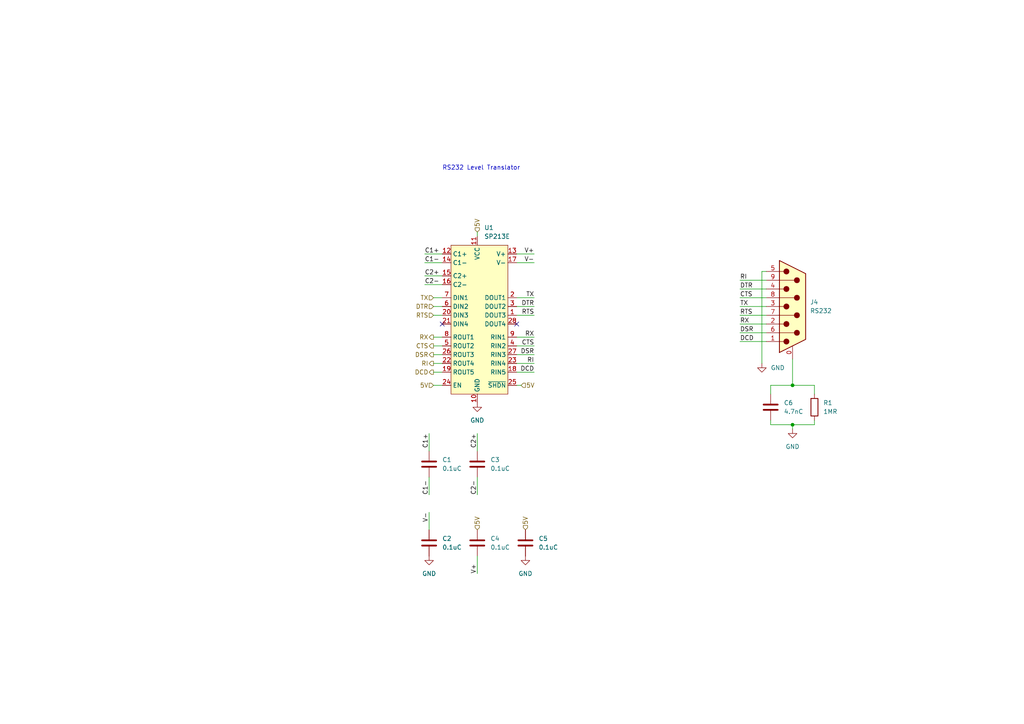
<source format=kicad_sch>
(kicad_sch (version 20211123) (generator eeschema)
  (paper "A4")
  (lib_symbols
    (symbol "Connector:DB9_Male_MountingHoles" (pin_names (offset 1.016) hide)
      (property "Reference" "J" (at 0 16.51 0))
      (property "Value" "DB9_Male_MountingHoles" (at 0 14.605 0))
      (symbol "DB9_Male_MountingHoles_0_1"
        (circle (center -1.778 -10.16) (radius 0.762) (fill (type outline)))
        (circle (center -1.778 -5.08) (radius 0.762) (fill (type outline)))
        (circle (center -1.778 0) (radius 0.762) (fill (type outline)))
        (circle (center -1.778 5.08) (radius 0.762) (fill (type outline)))
        (circle (center -1.778 10.16) (radius 0.762) (fill (type outline)))
        (polyline (pts (xy -3.81 -10.16) (xy -2.54 -10.16)))
        (polyline (pts (xy -3.81 -7.62) (xy 0.508 -7.62)))
        (polyline (pts (xy -3.81 -5.08) (xy -2.54 -5.08)))
        (polyline (pts (xy -3.81 -2.54) (xy 0.508 -2.54)))
        (polyline (pts (xy -3.81 0) (xy -2.54 0)))
        (polyline (pts (xy -3.81 2.54) (xy 0.508 2.54)))
        (polyline (pts (xy -3.81 5.08) (xy -2.54 5.08)))
        (polyline (pts (xy -3.81 7.62) (xy 0.508 7.62)))
        (polyline (pts (xy -3.81 10.16) (xy -2.54 10.16)))
        (polyline (pts (xy -3.81 -13.335) (xy -3.81 13.335) (xy 3.81 9.525) (xy 3.81 -9.525) (xy -3.81 -13.335)) (stroke (width 0.254)) (fill (type background)))
        (circle (center 1.27 -7.62) (radius 0.762) (fill (type outline)))
        (circle (center 1.27 -2.54) (radius 0.762) (fill (type outline)))
        (circle (center 1.27 2.54) (radius 0.762) (fill (type outline)))
        (circle (center 1.27 7.62) (radius 0.762) (fill (type outline)))
      )
      (symbol "DB9_Male_MountingHoles_1_1"
        (pin passive line (at 0 -15.24 90) (length 3.81) (name "PAD") (number "0"))
        (pin passive line (at -7.62 -10.16 0) (length 3.81) (name "1") (number "1"))
        (pin passive line (at -7.62 -5.08 0) (length 3.81) (name "2") (number "2"))
        (pin passive line (at -7.62 0 0) (length 3.81) (name "3") (number "3"))
        (pin passive line (at -7.62 5.08 0) (length 3.81) (name "4") (number "4"))
        (pin passive line (at -7.62 10.16 0) (length 3.81) (name "5") (number "5"))
        (pin passive line (at -7.62 -7.62 0) (length 3.81) (name "6") (number "6"))
        (pin passive line (at -7.62 -2.54 0) (length 3.81) (name "7") (number "7"))
        (pin passive line (at -7.62 2.54 0) (length 3.81) (name "8") (number "8"))
        (pin passive line (at -7.62 7.62 0) (length 3.81) (name "9") (number "9"))
      )
    )
    (symbol "Device:C" (pin_numbers hide) (pin_names (offset 0.254))
      (property "Reference" "C" (at 0.635 2.54 0))
      (property "Value" "C" (at 0.635 -2.54 0))
      (symbol "C_0_1"
        (polyline (pts (xy -2.032 -0.762) (xy 2.032 -0.762)) (stroke (width 0.508)))
        (polyline (pts (xy -2.032 0.762) (xy 2.032 0.762)) (stroke (width 0.508)))
      )
      (symbol "C_1_1"
        (pin passive line (at 0 3.81 270) (length 2.794) (name "~") (number "1"))
        (pin passive line (at 0 -3.81 90) (length 2.794) (name "~") (number "2"))
      )
    )
    (symbol "Device:R" (pin_numbers hide) (pin_names (offset 0))
      (property "Reference" "R" (at 2.032 0 90))
      (property "Value" "R" (at 0 0 90))
      (symbol "R_0_1"
        (rectangle (start -1.016 -2.54) (end 1.016 2.54) (stroke (width 0.254)))
      )
      (symbol "R_1_1"
        (pin passive line (at 0 3.81 270) (length 1.27) (name "~") (number "1"))
        (pin passive line (at 0 -3.81 90) (length 1.27) (name "~") (number "2"))
      )
    )
    (symbol "Interface_UART_custom:MAX213"
      (property "Reference" "U" (at -7.62 15.24 0))
      (property "Value" "MAX213" (at 5.08 15.24 0))
      (symbol "MAX213_0_1"
        (rectangle (start -7.62 13.97) (end 8.89 -29.21) (fill (type background)))
      )
      (symbol "MAX213_1_1"
        (pin output line (at 11.43 -6.35 180) (length 2.54) (name "DOUT3") (number "1"))
        (pin power_in line (at 0 -31.75 90) (length 2.54) (name "GND") (number "10"))
        (pin power_in line (at 0 16.51 270) (length 2.54) (name "VCC") (number "11"))
        (pin passive line (at -10.16 11.43 0) (length 2.54) (name "C1+") (number "12"))
        (pin power_in line (at 11.43 11.43 180) (length 2.54) (name "V+") (number "13"))
        (pin passive line (at -10.16 8.89 0) (length 2.54) (name "C1-") (number "14"))
        (pin passive line (at -10.16 5.08 0) (length 2.54) (name "C2+") (number "15"))
        (pin passive line (at -10.16 2.54 0) (length 2.54) (name "C2-") (number "16"))
        (pin power_in line (at 11.43 8.89 180) (length 2.54) (name "V-") (number "17"))
        (pin input line (at 11.43 -22.86 180) (length 2.54) (name "RIN5") (number "18"))
        (pin output line (at -10.16 -22.86 0) (length 2.54) (name "ROUT5") (number "19"))
        (pin output line (at 11.43 -1.27 180) (length 2.54) (name "DOUT1") (number "2"))
        (pin input line (at -10.16 -6.35 0) (length 2.54) (name "DIN3") (number "20"))
        (pin input line (at -10.16 -8.89 0) (length 2.54) (name "DIN4") (number "21"))
        (pin output line (at -10.16 -20.32 0) (length 2.54) (name "ROUT4") (number "22"))
        (pin input line (at 11.43 -20.32 180) (length 2.54) (name "RIN4") (number "23"))
        (pin input line (at -10.16 -26.67 0) (length 2.54) (name "EN") (number "24"))
        (pin input line (at 11.43 -26.67 180) (length 2.54) (name "~{SHDN}") (number "25"))
        (pin output line (at -10.16 -17.78 0) (length 2.54) (name "ROUT3") (number "26"))
        (pin input line (at 11.43 -17.78 180) (length 2.54) (name "RIN3") (number "27"))
        (pin output line (at 11.43 -8.89 180) (length 2.54) (name "DOUT4") (number "28"))
        (pin output line (at 11.43 -3.81 180) (length 2.54) (name "DOUT2") (number "3"))
        (pin input line (at 11.43 -15.24 180) (length 2.54) (name "RIN2") (number "4"))
        (pin output line (at -10.16 -15.24 0) (length 2.54) (name "ROUT2") (number "5"))
        (pin input line (at -10.16 -3.81 0) (length 2.54) (name "DIN2") (number "6"))
        (pin input line (at -10.16 -1.27 0) (length 2.54) (name "DIN1") (number "7"))
        (pin output line (at -10.16 -12.7 0) (length 2.54) (name "ROUT1") (number "8"))
        (pin input line (at 11.43 -12.7 180) (length 2.54) (name "RIN1") (number "9"))
      )
    )
    (symbol "power:GND" (power) (pin_names (offset 0))
      (property "Value" "GND" (at 0 -3.81 0))
      (symbol "GND_0_1"
        (polyline (pts (xy 0 0) (xy 0 -1.27) (xy 1.27 -1.27) (xy 0 -2.54) (xy -1.27 -1.27) (xy 0 -1.27)))
      )
      (symbol "GND_1_1"
        (pin power_in line (at 0 0 270) (length 0) hide (name "GND") (number "1"))
      )
    )
  )
  (junction (at 229.87 123.19))
  (junction (at 229.87 111.76))
  (no_connect (at 128.27 93.98))
  (no_connect (at 149.86 93.98))
  (wire (pts (xy 149.86 73.66) (xy 154.94 73.66)))
  (wire (pts (xy 214.63 99.06) (xy 222.25 99.06)))
  (wire (pts (xy 229.87 124.46) (xy 229.87 123.19)))
  (wire (pts (xy 138.43 125.73) (xy 138.43 130.81)))
  (wire (pts (xy 220.98 78.74) (xy 220.98 105.41)))
  (wire (pts (xy 125.73 86.36) (xy 128.27 86.36)))
  (wire (pts (xy 123.19 73.66) (xy 128.27 73.66)))
  (wire (pts (xy 223.52 123.19) (xy 229.87 123.19)))
  (wire (pts (xy 236.22 123.19) (xy 236.22 121.92)))
  (wire (pts (xy 214.63 86.36) (xy 222.25 86.36)))
  (wire (pts (xy 223.52 111.76) (xy 223.52 114.3)))
  (wire (pts (xy 125.73 91.44) (xy 128.27 91.44)))
  (wire (pts (xy 149.86 107.95) (xy 154.94 107.95)))
  (wire (pts (xy 125.73 111.76) (xy 128.27 111.76)))
  (wire (pts (xy 124.46 148.59) (xy 124.46 153.67)))
  (wire (pts (xy 138.43 67.31) (xy 138.43 68.58)))
  (wire (pts (xy 229.87 104.14) (xy 229.87 111.76)))
  (wire (pts (xy 149.86 86.36) (xy 154.94 86.36)))
  (wire (pts (xy 214.63 88.9) (xy 222.25 88.9)))
  (wire (pts (xy 229.87 111.76) (xy 223.52 111.76)))
  (wire (pts (xy 223.52 121.92) (xy 223.52 123.19)))
  (wire (pts (xy 149.86 97.79) (xy 154.94 97.79)))
  (wire (pts (xy 123.19 80.01) (xy 128.27 80.01)))
  (wire (pts (xy 151.13 111.76) (xy 149.86 111.76)))
  (wire (pts (xy 149.86 102.87) (xy 154.94 102.87)))
  (wire (pts (xy 123.19 76.2) (xy 128.27 76.2)))
  (wire (pts (xy 229.87 111.76) (xy 236.22 111.76)))
  (wire (pts (xy 214.63 93.98) (xy 222.25 93.98)))
  (wire (pts (xy 124.46 138.43) (xy 124.46 143.51)))
  (wire (pts (xy 222.25 78.74) (xy 220.98 78.74)))
  (wire (pts (xy 214.63 81.28) (xy 222.25 81.28)))
  (wire (pts (xy 125.73 102.87) (xy 128.27 102.87)))
  (wire (pts (xy 123.19 82.55) (xy 128.27 82.55)))
  (wire (pts (xy 149.86 91.44) (xy 154.94 91.44)))
  (wire (pts (xy 125.73 107.95) (xy 128.27 107.95)))
  (wire (pts (xy 125.73 105.41) (xy 128.27 105.41)))
  (wire (pts (xy 149.86 76.2) (xy 154.94 76.2)))
  (wire (pts (xy 149.86 100.33) (xy 154.94 100.33)))
  (wire (pts (xy 229.87 123.19) (xy 236.22 123.19)))
  (wire (pts (xy 214.63 83.82) (xy 222.25 83.82)))
  (wire (pts (xy 125.73 88.9) (xy 128.27 88.9)))
  (wire (pts (xy 149.86 88.9) (xy 154.94 88.9)))
  (wire (pts (xy 214.63 91.44) (xy 222.25 91.44)))
  (wire (pts (xy 236.22 111.76) (xy 236.22 114.3)))
  (wire (pts (xy 125.73 100.33) (xy 128.27 100.33)))
  (wire (pts (xy 125.73 97.79) (xy 128.27 97.79)))
  (wire (pts (xy 138.43 161.29) (xy 138.43 166.37)))
  (wire (pts (xy 124.46 125.73) (xy 124.46 130.81)))
  (wire (pts (xy 214.63 96.52) (xy 222.25 96.52)))
  (wire (pts (xy 149.86 105.41) (xy 154.94 105.41)))
  (wire (pts (xy 138.43 138.43) (xy 138.43 143.51)))
  (text "RS232 Level Translator" (at 128.27 49.53 0) (effects (font (size 1.27 1.27)) (justify left bottom)))
  (label "V+" (at 138.43 166.37 90))
  (label "CTS" (at 214.63 86.36 0))
  (label "RI" (at 154.94 105.41 180))
  (label "CTS" (at 154.94 100.33 180))
  (label "RI" (at 214.63 81.28 0))
  (label "TX" (at 154.94 86.36 180))
  (label "C1+" (at 124.46 125.73 270))
  (label "DSR" (at 154.94 102.87 180))
  (label "C1+" (at 123.19 73.66 0))
  (label "TX" (at 214.63 88.9 0))
  (label "V-" (at 154.94 76.2 180))
  (label "DSR" (at 214.63 96.52 0))
  (label "RTS" (at 214.63 91.44 0))
  (label "C1-" (at 123.19 76.2 0))
  (label "RX" (at 214.63 93.98 0))
  (label "RTS" (at 154.94 91.44 180))
  (label "DTR" (at 154.94 88.9 180))
  (label "RX" (at 154.94 97.79 180))
  (label "V-" (at 124.46 148.59 270))
  (label "V+" (at 154.94 73.66 180))
  (label "DCD" (at 214.63 99.06 0))
  (label "DCD" (at 154.94 107.95 180))
  (label "C2+" (at 123.19 80.01 0))
  (label "C2-" (at 123.19 82.55 0))
  (label "C2-" (at 138.43 143.51 90))
  (label "DTR" (at 214.63 83.82 0))
  (label "C2+" (at 138.43 125.73 270))
  (label "C1-" (at 124.46 143.51 90))
  (hierarchical_label "RX" (shape output) (at 125.73 97.79 180))
  (hierarchical_label "5V" (shape input) (at 152.4 153.67 90))
  (hierarchical_label "RTS" (shape input) (at 125.73 91.44 180))
  (hierarchical_label "DSR" (shape output) (at 125.73 102.87 180))
  (hierarchical_label "5V" (shape input) (at 138.43 153.67 90))
  (hierarchical_label "TX" (shape input) (at 125.73 86.36 180))
  (hierarchical_label "5V" (shape input) (at 138.43 67.31 90))
  (hierarchical_label "CTS" (shape output) (at 125.73 100.33 180))
  (hierarchical_label "5V" (shape input) (at 125.73 111.76 180))
  (hierarchical_label "DCD" (shape output) (at 125.73 107.95 180))
  (hierarchical_label "5V" (shape input) (at 151.13 111.76 0))
  (hierarchical_label "DTR" (shape input) (at 125.73 88.9 180))
  (hierarchical_label "RI" (shape output) (at 125.73 105.41 180))
  (symbol (lib_id "Connector:DB9_Male_MountingHoles") (at 229.87 88.9 0) (unit 1)
    (property "Reference" "J4" (at 234.95 87.6299 0) (effects (justify left)))
    (property "Value" "RS232" (at 234.95 90.1699 0) (effects (justify left)))
    (property "Footprint" "Connector_Dsub:DSUB-9_Male_Vertical_P2.77x2.84mm_MountingHoles" (effects hide))
    (property "Datasheet" "https://datasheet.lcsc.com/lcsc/1912111437_FOXCONN-DT00151-H1A2-4F_C426224.pdf" (effects hide))
    (property "Manufacturer Part Number" "DT00151-H1A2-4F" (effects hide))
  )
  (symbol (lib_id "power:GND") (at 152.4 161.29 0) (unit 1)
    (property "Reference" "#PWR03" (effects hide))
    (property "Value" "GND" (at 152.4 166.37 0))
  )
  (symbol (lib_id "Interface_UART_custom:MAX213") (at 138.43 85.09 0) (unit 1)
    (property "Reference" "U1" (at 140.4494 66.04 0) (effects (justify left)))
    (property "Value" "SP213E" (at 140.4494 68.58 0) (effects (justify left)))
    (property "Footprint" "Package_SO:SSOP-28_5.3x10.2mm_P0.65mm" (effects hide))
    (property "Datasheet" "https://datasheet.lcsc.com/lcsc/1912111437_MaxLinear-SP213EEA-L-TR_C415725.pdf" (effects hide))
    (property "Manufacturer Part Number" "SP213EEA-L/TR" (effects hide))
  )
  (symbol (lib_id "Device:R") (at 236.22 118.11 0) (unit 1)
    (property "Reference" "R1" (at 238.76 116.8399 0) (effects (justify left)))
    (property "Value" "1MR" (at 238.76 119.3799 0) (effects (justify left)))
    (property "Footprint" "Resistor_SMD:R_0805_2012Metric_Pad1.20x1.40mm_HandSolder" (effects hide))
    (property "Datasheet" "https://datasheet.lcsc.com/lcsc/1810311431_YAGEO-RC0805FR-071ML_C107700.pdf" (effects hide))
    (property "Manufacturer Part Number" "RC0805FR-071ML" (effects hide))
  )
  (symbol (lib_id "power:GND") (at 124.46 161.29 0) (unit 1)
    (property "Reference" "#PWR01" (effects hide))
    (property "Value" "GND" (at 124.46 166.37 0))
  )
  (symbol (lib_id "Device:C") (at 124.46 157.48 180) (unit 1)
    (property "Reference" "C2" (at 128.27 156.2099 0) (effects (justify right)))
    (property "Value" "0.1uC" (at 128.27 158.7499 0) (effects (justify right)))
    (property "Footprint" "Capacitor_SMD:C_0805_2012Metric_Pad1.18x1.45mm_HandSolder" (effects hide))
    (property "Datasheet" "https://datasheet.lcsc.com/lcsc/2006111832_YAGEO-CC0805KRX7R8BB104_C519981.pdf" (effects hide))
    (property "Manufacturer Part Number" "CC0805KRX7R8BB104" (effects hide))
  )
  (symbol (lib_id "Device:C") (at 138.43 134.62 180) (unit 1)
    (property "Reference" "C3" (at 142.24 133.3499 0) (effects (justify right)))
    (property "Value" "0.1uC" (at 142.24 135.8899 0) (effects (justify right)))
    (property "Footprint" "Capacitor_SMD:C_0805_2012Metric_Pad1.18x1.45mm_HandSolder" (effects hide))
    (property "Datasheet" "https://datasheet.lcsc.com/lcsc/2006111832_YAGEO-CC0805KRX7R8BB104_C519981.pdf" (effects hide))
    (property "Manufacturer Part Number" "CC0805KRX7R8BB104" (effects hide))
  )
  (symbol (lib_id "Device:C") (at 223.52 118.11 0) (unit 1)
    (property "Reference" "C6" (at 227.33 116.8399 0) (effects (justify left)))
    (property "Value" "4.7nC" (at 227.33 119.3799 0) (effects (justify left)))
    (property "Footprint" "Capacitor_SMD:C_0805_2012Metric_Pad1.18x1.45mm_HandSolder" (effects hide))
    (property "Datasheet" "https://datasheet.lcsc.com/lcsc/1811061821_YAGEO-CC0805KRX7R9BB472_C107153.pdf" (effects hide))
    (property "Manufacturer Part Number" "CC0805KRX7R9BB472" (effects hide))
  )
  (symbol (lib_id "power:GND") (at 138.43 116.84 0) (unit 1)
    (property "Reference" "#PWR02" (effects hide))
    (property "Value" "GND" (at 138.43 121.92 0))
  )
  (symbol (lib_id "power:GND") (at 229.87 124.46 0) (unit 1)
    (property "Reference" "#PWR05" (effects hide))
    (property "Value" "GND" (at 229.87 129.54 0))
  )
  (symbol (lib_id "Device:C") (at 124.46 134.62 180) (unit 1)
    (property "Reference" "C1" (at 128.27 133.3499 0) (effects (justify right)))
    (property "Value" "0.1uC" (at 128.27 135.8899 0) (effects (justify right)))
    (property "Footprint" "Capacitor_SMD:C_0805_2012Metric_Pad1.18x1.45mm_HandSolder" (effects hide))
    (property "Datasheet" "https://datasheet.lcsc.com/lcsc/2006111832_YAGEO-CC0805KRX7R8BB104_C519981.pdf" (effects hide))
    (property "Manufacturer Part Number" "CC0805KRX7R8BB104" (effects hide))
  )
  (symbol (lib_id "Device:C") (at 152.4 157.48 180) (unit 1)
    (property "Reference" "C5" (at 156.21 156.2099 0) (effects (justify right)))
    (property "Value" "0.1uC" (at 156.21 158.7499 0) (effects (justify right)))
    (property "Footprint" "Capacitor_SMD:C_0805_2012Metric_Pad1.18x1.45mm_HandSolder" (effects hide))
    (property "Datasheet" "https://datasheet.lcsc.com/lcsc/2006111832_YAGEO-CC0805KRX7R8BB104_C519981.pdf" (effects hide))
    (property "Manufacturer Part Number" "CC0805KRX7R8BB104" (effects hide))
  )
  (symbol (lib_id "power:GND") (at 220.98 105.41 0) (unit 1)
    (property "Reference" "#PWR04" (effects hide))
    (property "Value" "GND" (at 223.52 106.6799 0) (effects (justify left)))
  )
  (symbol (lib_id "Device:C") (at 138.43 157.48 180) (unit 1)
    (property "Reference" "C4" (at 142.24 156.2099 0) (effects (justify right)))
    (property "Value" "0.1uC" (at 142.24 158.7499 0) (effects (justify right)))
    (property "Footprint" "Capacitor_SMD:C_0805_2012Metric_Pad1.18x1.45mm_HandSolder" (effects hide))
    (property "Datasheet" "https://datasheet.lcsc.com/lcsc/2006111832_YAGEO-CC0805KRX7R8BB104_C519981.pdf" (effects hide))
    (property "Manufacturer Part Number" "CC0805KRX7R8BB104" (effects hide))
  )
)
</source>
